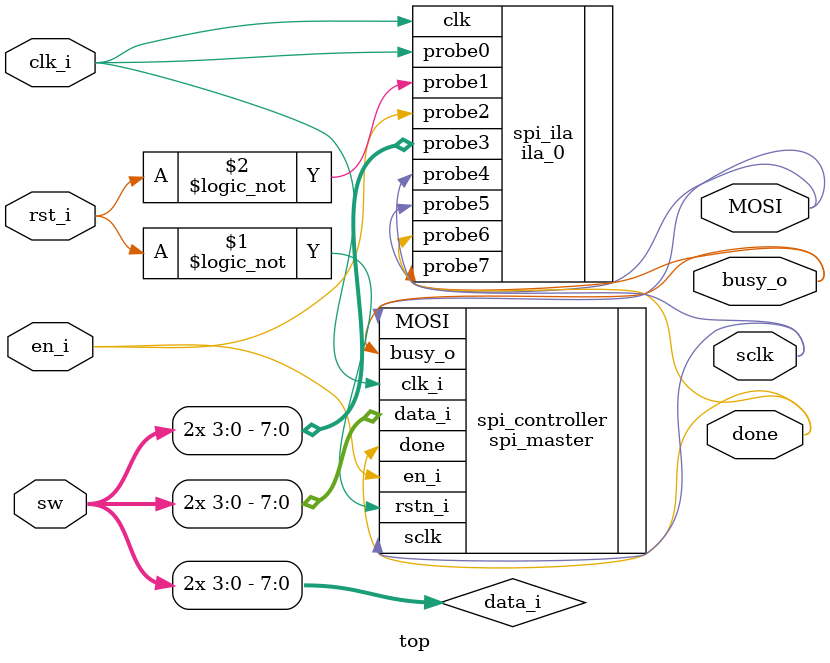
<source format=v>
`timescale 1ns / 1ps


module top(
    input wire clk_i,         // 시스템 클럭
    input wire rst_i,        // 비동기 리셋 (active low)
    input wire en_i,        // SPI 전송 시작 신호
    input wire [3:0] sw, // 전송할 데이터

    output wire sclk,          // SPI 클럭
    output wire MOSI,          // Master Out Slave In
    output wire done,
    output wire busy_o        // 전송 중 상태 신호
);


wire [7:0] data_i;

assign data_i[0] = sw[0];
assign data_i[1] = sw[1];
assign data_i[2] = sw[2];
assign data_i[3] = sw[3];
assign data_i[4] = sw[0];
assign data_i[5] = sw[1];
assign data_i[6] = sw[2];
assign data_i[7] = sw[3];


spi_master spi_controller(
    .clk_i  (clk_i),
    .rstn_i (!rst_i),
    .en_i   (en_i),
    .data_i (data_i),

    .sclk   (sclk),
    .MOSI   (MOSI),
    .done   (done),
    .busy_o (busy_o)
);

ila_0 spi_ila (
	.clk(clk_i), // input wire clk


	.probe0(clk_i), // input wire [0:0]  probe0  
	.probe1(!rst_i), // input wire [0:0]  probe1 
	.probe2(en_i), // input wire [0:0]  probe2 
	.probe3(data_i), // input wire [7:0]  probe3 
	.probe4(sclk), // input wire [0:0]  probe4 
	.probe5(MOSI), // input wire [0:0]  probe5 
	.probe6(done), // input wire [0:0]  probe6 
	.probe7(busy_o) // input wire [0:0]  probe7
);


endmodule

</source>
